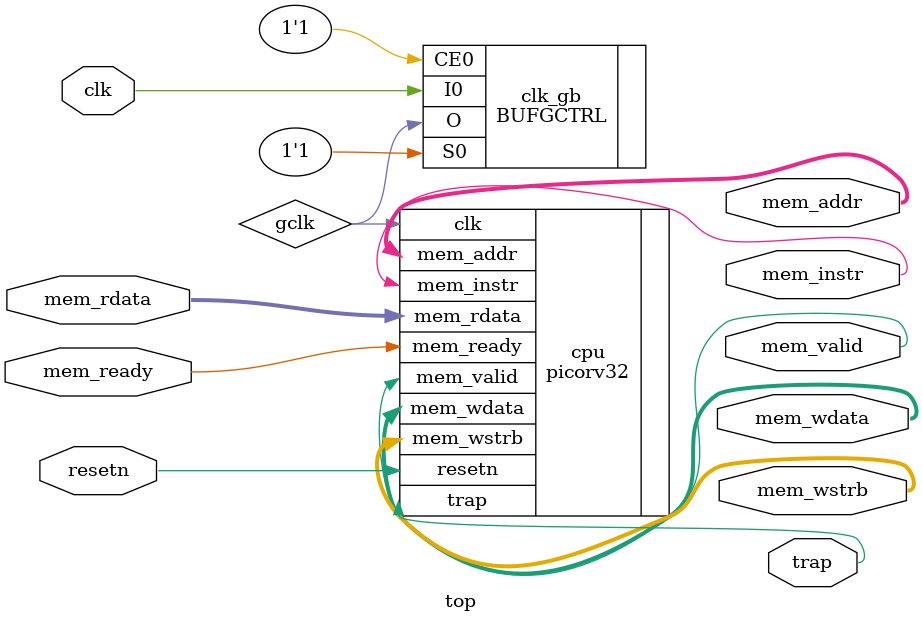
<source format=v>
module top (
	input clk, resetn,
	output trap,

	output        mem_valid,
	output        mem_instr,
	input         mem_ready,

	output [31:0] mem_addr,
	output [31:0] mem_wdata,
	output [ 3:0] mem_wstrb,
	input  [31:0] mem_rdata
);

    wire gclk;
    BUFGCTRL clk_gb (
        .I0(clk),
        .CE0(1'b1),
        .S0(1'b1),
        .O(gclk)
    );

    picorv32 #(
        .ENABLE_COUNTERS(0),
        .TWO_STAGE_SHIFT(0),
        .CATCH_MISALIGN(0),
        .CATCH_ILLINSN(0)
    ) cpu (
        .clk      (gclk     ),
        .resetn   (resetn   ),
        .trap     (trap     ),
        .mem_valid(mem_valid),
        .mem_instr(mem_instr),
        .mem_ready(mem_ready),
        .mem_addr (mem_addr ),
        .mem_wdata(mem_wdata),
        .mem_wstrb(mem_wstrb),
        .mem_rdata(mem_rdata)
    );
endmodule

</source>
